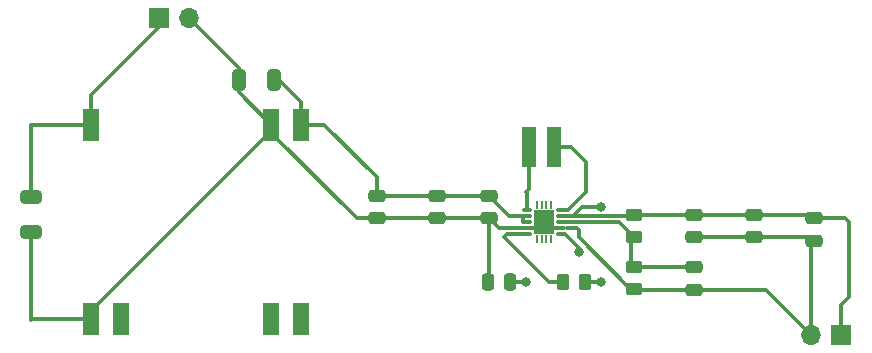
<source format=gbr>
%TF.GenerationSoftware,KiCad,Pcbnew,(6.0.9)*%
%TF.CreationDate,2023-10-08T14:17:10+03:00*%
%TF.ProjectId,power,706f7765-722e-46b6-9963-61645f706362,rev?*%
%TF.SameCoordinates,Original*%
%TF.FileFunction,Copper,L1,Top*%
%TF.FilePolarity,Positive*%
%FSLAX46Y46*%
G04 Gerber Fmt 4.6, Leading zero omitted, Abs format (unit mm)*
G04 Created by KiCad (PCBNEW (6.0.9)) date 2023-10-08 14:17:10*
%MOMM*%
%LPD*%
G01*
G04 APERTURE LIST*
G04 Aperture macros list*
%AMRoundRect*
0 Rectangle with rounded corners*
0 $1 Rounding radius*
0 $2 $3 $4 $5 $6 $7 $8 $9 X,Y pos of 4 corners*
0 Add a 4 corners polygon primitive as box body*
4,1,4,$2,$3,$4,$5,$6,$7,$8,$9,$2,$3,0*
0 Add four circle primitives for the rounded corners*
1,1,$1+$1,$2,$3*
1,1,$1+$1,$4,$5*
1,1,$1+$1,$6,$7*
1,1,$1+$1,$8,$9*
0 Add four rect primitives between the rounded corners*
20,1,$1+$1,$2,$3,$4,$5,0*
20,1,$1+$1,$4,$5,$6,$7,0*
20,1,$1+$1,$6,$7,$8,$9,0*
20,1,$1+$1,$8,$9,$2,$3,0*%
G04 Aperture macros list end*
%TA.AperFunction,SMDPad,CuDef*%
%ADD10RoundRect,0.250000X-0.475000X0.250000X-0.475000X-0.250000X0.475000X-0.250000X0.475000X0.250000X0*%
%TD*%
%TA.AperFunction,SMDPad,CuDef*%
%ADD11R,1.400000X2.800000*%
%TD*%
%TA.AperFunction,SMDPad,CuDef*%
%ADD12RoundRect,0.250000X0.250000X0.475000X-0.250000X0.475000X-0.250000X-0.475000X0.250000X-0.475000X0*%
%TD*%
%TA.AperFunction,SMDPad,CuDef*%
%ADD13RoundRect,0.250000X0.262500X0.450000X-0.262500X0.450000X-0.262500X-0.450000X0.262500X-0.450000X0*%
%TD*%
%TA.AperFunction,SMDPad,CuDef*%
%ADD14R,1.300000X3.400000*%
%TD*%
%TA.AperFunction,ComponentPad*%
%ADD15R,1.700000X1.700000*%
%TD*%
%TA.AperFunction,ComponentPad*%
%ADD16O,1.700000X1.700000*%
%TD*%
%TA.AperFunction,SMDPad,CuDef*%
%ADD17R,0.280000X0.280000*%
%TD*%
%TA.AperFunction,SMDPad,CuDef*%
%ADD18O,0.850000X0.280000*%
%TD*%
%TA.AperFunction,SMDPad,CuDef*%
%ADD19R,0.250000X0.700000*%
%TD*%
%TA.AperFunction,SMDPad,CuDef*%
%ADD20R,0.650000X0.900000*%
%TD*%
%TA.AperFunction,SMDPad,CuDef*%
%ADD21R,0.230000X0.600000*%
%TD*%
%TA.AperFunction,ComponentPad*%
%ADD22C,0.600000*%
%TD*%
%TA.AperFunction,SMDPad,CuDef*%
%ADD23R,1.700000X2.150000*%
%TD*%
%TA.AperFunction,SMDPad,CuDef*%
%ADD24RoundRect,0.250000X-0.650000X0.325000X-0.650000X-0.325000X0.650000X-0.325000X0.650000X0.325000X0*%
%TD*%
%TA.AperFunction,SMDPad,CuDef*%
%ADD25RoundRect,0.250000X0.325000X0.650000X-0.325000X0.650000X-0.325000X-0.650000X0.325000X-0.650000X0*%
%TD*%
%TA.AperFunction,SMDPad,CuDef*%
%ADD26RoundRect,0.250000X-0.450000X0.262500X-0.450000X-0.262500X0.450000X-0.262500X0.450000X0.262500X0*%
%TD*%
%TA.AperFunction,ViaPad*%
%ADD27C,0.800000*%
%TD*%
%TA.AperFunction,Conductor*%
%ADD28C,0.300000*%
%TD*%
G04 APERTURE END LIST*
D10*
%TO.P,C10,1*%
%TO.N,5V*%
X118330000Y-52390000D03*
%TO.P,C10,2*%
%TO.N,GND*%
X118330000Y-54290000D03*
%TD*%
%TO.P,C4,1*%
%TO.N,12V*%
X90825000Y-50485000D03*
%TO.P,C4,2*%
%TO.N,GND*%
X90825000Y-52385000D03*
%TD*%
%TO.P,C2,1*%
%TO.N,12V*%
X81300000Y-50485000D03*
%TO.P,C2,2*%
%TO.N,GND*%
X81300000Y-52385000D03*
%TD*%
%TO.P,C9,1*%
%TO.N,5V*%
X113250000Y-52070000D03*
%TO.P,C9,2*%
%TO.N,GND*%
X113250000Y-53970000D03*
%TD*%
D11*
%TO.P,U1,1,-VIN*%
%TO.N,GND*%
X57150000Y-60955000D03*
%TO.P,U1,2,ON/~{OFF}*%
%TO.N,unconnected-(U1-Pad2)*%
X59690000Y-60955000D03*
%TO.P,U1,7,NC*%
%TO.N,unconnected-(U1-Pad7)*%
X72390000Y-60955000D03*
%TO.P,U1,8,COM*%
%TO.N,unconnected-(U1-Pad8)*%
X74930000Y-60955000D03*
%TO.P,U1,9,+VOUT*%
%TO.N,12V*%
X74930000Y-44455000D03*
%TO.P,U1,10,-VOUT*%
%TO.N,GND*%
X72390000Y-44455000D03*
%TO.P,U1,16,+VIN*%
%TO.N,VBAT*%
X57150000Y-44455000D03*
%TD*%
D12*
%TO.P,C5,1*%
%TO.N,Net-(C5-Pad1)*%
X92610000Y-57785000D03*
%TO.P,C5,2*%
%TO.N,GND*%
X90710000Y-57785000D03*
%TD*%
D13*
%TO.P,R3,1*%
%TO.N,5V*%
X98922500Y-57785000D03*
%TO.P,R3,2*%
%TO.N,PG*%
X97097500Y-57785000D03*
%TD*%
D14*
%TO.P,L1,1,1*%
%TO.N,Net-(U2-Pad1)*%
X94200000Y-46355000D03*
%TO.P,L1,2,2*%
%TO.N,Net-(U2-Pad10)*%
X96300000Y-46355000D03*
%TD*%
D10*
%TO.P,C7,1*%
%TO.N,Net-(C7-Pad1)*%
X108170000Y-56520000D03*
%TO.P,C7,2*%
%TO.N,GND*%
X108170000Y-58420000D03*
%TD*%
%TO.P,C8,1*%
%TO.N,5V*%
X108170000Y-52070000D03*
%TO.P,C8,2*%
%TO.N,GND*%
X108170000Y-53970000D03*
%TD*%
D15*
%TO.P,J1,1,Pin_1*%
%TO.N,VBAT*%
X62865000Y-35445000D03*
D16*
%TO.P,J1,2,Pin_2*%
%TO.N,GND*%
X65405000Y-35445000D03*
%TD*%
D17*
%TO.P,U2,1,L1*%
%TO.N,Net-(U2-Pad1)*%
X93710000Y-51705000D03*
D18*
X93995000Y-51705000D03*
%TO.P,U2,2,VIN*%
%TO.N,12V*%
X93995000Y-52205000D03*
D17*
X93710000Y-52205000D03*
D18*
%TO.P,U2,3,EN*%
X93995000Y-52705000D03*
D17*
X93710000Y-52705000D03*
%TO.P,U2,4,PS/SYNC*%
%TO.N,GND*%
X93710000Y-53205000D03*
D18*
X93995000Y-53205000D03*
%TO.P,U2,5,PG*%
%TO.N,PG*%
X93995000Y-53705000D03*
D17*
X93710000Y-53705000D03*
%TO.P,U2,6,VAUX*%
%TO.N,Net-(C5-Pad1)*%
X97230000Y-53705000D03*
D18*
X96945000Y-53705000D03*
%TO.P,U2,7,GND*%
%TO.N,GND*%
X96945000Y-53205000D03*
D17*
X97230000Y-53205000D03*
%TO.P,U2,8,FB*%
%TO.N,Net-(C7-Pad1)*%
X97230000Y-52705000D03*
D18*
X96945000Y-52705000D03*
D17*
%TO.P,U2,9,VOUT*%
%TO.N,5V*%
X97230000Y-52205000D03*
D18*
X96945000Y-52205000D03*
%TO.P,U2,10,L2*%
%TO.N,Net-(U2-Pad10)*%
X96945000Y-51705000D03*
D17*
X97230000Y-51705000D03*
D19*
%TO.P,U2,11,PGND*%
%TO.N,GND*%
X96070000Y-51280000D03*
D20*
X95905000Y-52145000D03*
D19*
X94870000Y-54130000D03*
D21*
X95670000Y-54130000D03*
X95270000Y-51280000D03*
D20*
X95035000Y-52145000D03*
D19*
X95270000Y-51280000D03*
D22*
X94970000Y-52205000D03*
D19*
X95670000Y-54130000D03*
D22*
X95970000Y-52205000D03*
X95470000Y-52705000D03*
D19*
X96070000Y-54130000D03*
D21*
X94870000Y-51280000D03*
X94870000Y-54130000D03*
D23*
X95470000Y-52705000D03*
D19*
X95670000Y-51280000D03*
X94870000Y-51280000D03*
D22*
X95970000Y-53205000D03*
D21*
X95670000Y-51280000D03*
X96070000Y-54130000D03*
X96070000Y-51280000D03*
D20*
X95035000Y-53265000D03*
X95905000Y-53265000D03*
D22*
X94970000Y-53205000D03*
D19*
X95270000Y-54130000D03*
D21*
X95270000Y-54130000D03*
%TD*%
D24*
%TO.P,C1,1*%
%TO.N,VBAT*%
X52070000Y-50595000D03*
%TO.P,C1,2*%
%TO.N,GND*%
X52070000Y-53545000D03*
%TD*%
D25*
%TO.P,C6,1*%
%TO.N,12V*%
X72595000Y-40640000D03*
%TO.P,C6,2*%
%TO.N,GND*%
X69645000Y-40640000D03*
%TD*%
D15*
%TO.P,J2,1,Pin_1*%
%TO.N,5V*%
X120650000Y-62230000D03*
D16*
%TO.P,J2,2,Pin_2*%
%TO.N,GND*%
X118110000Y-62230000D03*
%TD*%
D10*
%TO.P,C3,1*%
%TO.N,12V*%
X86380000Y-50485000D03*
%TO.P,C3,2*%
%TO.N,GND*%
X86380000Y-52385000D03*
%TD*%
D26*
%TO.P,R1,1*%
%TO.N,5V*%
X103090000Y-52150000D03*
%TO.P,R1,2*%
%TO.N,Net-(C7-Pad1)*%
X103090000Y-53975000D03*
%TD*%
%TO.P,R2,1*%
%TO.N,Net-(C7-Pad1)*%
X103090000Y-56515000D03*
%TO.P,R2,2*%
%TO.N,GND*%
X103090000Y-58340000D03*
%TD*%
D27*
%TO.N,Net-(C5-Pad1)*%
X98425000Y-55245000D03*
X93980000Y-57785000D03*
%TO.N,5V*%
X100330000Y-57785000D03*
X100330000Y-51435000D03*
%TD*%
D28*
%TO.N,VBAT*%
X52070000Y-44450000D02*
X52075000Y-44455000D01*
X52070000Y-50595000D02*
X52070000Y-44450000D01*
X52075000Y-44455000D02*
X57150000Y-44455000D01*
%TO.N,GND*%
X52070000Y-60960000D02*
X52070000Y-53545000D01*
X52075000Y-60955000D02*
X52070000Y-60960000D01*
X57150000Y-60955000D02*
X52075000Y-60955000D01*
%TO.N,VBAT*%
X57150000Y-41910000D02*
X57150000Y-44455000D01*
X62865000Y-36195000D02*
X57150000Y-41910000D01*
X62865000Y-35445000D02*
X62865000Y-36195000D01*
%TO.N,GND*%
X95035000Y-53265000D02*
X95035000Y-53140000D01*
X79620000Y-52385000D02*
X81300000Y-52385000D01*
X90825000Y-57670000D02*
X90710000Y-57785000D01*
X95035000Y-53140000D02*
X95470000Y-52705000D01*
X57150000Y-60955000D02*
X57150000Y-60255000D01*
X72390000Y-44455000D02*
X72390000Y-45155000D01*
X91645000Y-53205000D02*
X93995000Y-53205000D01*
X118110000Y-54510000D02*
X118110000Y-62230000D01*
X103090000Y-58340000D02*
X102790000Y-58340000D01*
X98425000Y-53340000D02*
X98300000Y-53215000D01*
X72390000Y-45155000D02*
X79620000Y-52385000D01*
X95970000Y-52205000D02*
X95470000Y-52705000D01*
X69645000Y-41710000D02*
X72390000Y-44455000D01*
X98425000Y-53975000D02*
X98425000Y-53340000D01*
X90825000Y-52385000D02*
X91645000Y-53205000D01*
X90825000Y-52385000D02*
X90825000Y-57670000D01*
X108170000Y-53970000D02*
X113250000Y-53970000D01*
X57150000Y-60255000D02*
X72390000Y-45015000D01*
X81300000Y-52385000D02*
X86380000Y-52385000D01*
X118330000Y-54290000D02*
X118110000Y-54510000D01*
X114300000Y-58420000D02*
X118110000Y-62230000D01*
X118010000Y-53970000D02*
X118330000Y-54290000D01*
X96945000Y-53205000D02*
X95970000Y-53205000D01*
X69645000Y-40640000D02*
X69645000Y-41710000D01*
X93995000Y-53205000D02*
X94970000Y-53205000D01*
X108170000Y-58420000D02*
X103170000Y-58420000D01*
X108170000Y-58420000D02*
X114300000Y-58420000D01*
X113250000Y-53970000D02*
X118010000Y-53970000D01*
X103170000Y-58420000D02*
X103090000Y-58340000D01*
X102790000Y-58340000D02*
X98425000Y-53975000D01*
X86380000Y-52385000D02*
X90825000Y-52385000D01*
X98300000Y-53215000D02*
X97447106Y-53215000D01*
X69645000Y-39685000D02*
X65405000Y-35445000D01*
X69645000Y-40640000D02*
X69645000Y-39685000D01*
X72390000Y-45015000D02*
X72390000Y-44455000D01*
%TO.N,12V*%
X92545000Y-52205000D02*
X90825000Y-50485000D01*
X93710000Y-52205000D02*
X92545000Y-52205000D01*
X73025000Y-40640000D02*
X74930000Y-42545000D01*
X86380000Y-50485000D02*
X90825000Y-50485000D01*
X76840000Y-44455000D02*
X81300000Y-48915000D01*
X93710000Y-52205000D02*
X93710000Y-52705000D01*
X81300000Y-48915000D02*
X81300000Y-50485000D01*
X72595000Y-40640000D02*
X73025000Y-40640000D01*
X74930000Y-42545000D02*
X74930000Y-44455000D01*
X81300000Y-50485000D02*
X86380000Y-50485000D01*
X74930000Y-44455000D02*
X76840000Y-44455000D01*
%TO.N,Net-(C5-Pad1)*%
X98425000Y-54900000D02*
X97230000Y-53705000D01*
X98425000Y-55245000D02*
X98425000Y-54900000D01*
X92610000Y-57785000D02*
X93980000Y-57785000D01*
%TO.N,Net-(C7-Pad1)*%
X101830000Y-52715000D02*
X97230000Y-52715000D01*
X103090000Y-56515000D02*
X108165000Y-56515000D01*
X102870000Y-56295000D02*
X103090000Y-56515000D01*
X102870000Y-53975000D02*
X102870000Y-56295000D01*
X103090000Y-53975000D02*
X101830000Y-52715000D01*
X103090000Y-53975000D02*
X102870000Y-53975000D01*
X108165000Y-56515000D02*
X108170000Y-56520000D01*
%TO.N,5V*%
X103090000Y-52150000D02*
X103025000Y-52215000D01*
X120650000Y-59690000D02*
X120650000Y-62230000D01*
X98922500Y-57785000D02*
X99060000Y-57785000D01*
X97935000Y-52215000D02*
X97230000Y-52215000D01*
X100330000Y-51435000D02*
X98715000Y-51435000D01*
X98715000Y-51435000D02*
X97935000Y-52215000D01*
X118010000Y-52070000D02*
X113250000Y-52070000D01*
X120970000Y-52390000D02*
X121285000Y-52705000D01*
X108090000Y-52150000D02*
X108170000Y-52070000D01*
X121285000Y-52705000D02*
X121285000Y-59055000D01*
X103025000Y-52215000D02*
X97935000Y-52215000D01*
X121285000Y-59055000D02*
X120650000Y-59690000D01*
X118330000Y-52390000D02*
X118010000Y-52070000D01*
X108170000Y-52070000D02*
X113250000Y-52070000D01*
X118330000Y-52390000D02*
X120970000Y-52390000D01*
X99060000Y-57785000D02*
X100330000Y-57785000D01*
X103090000Y-52150000D02*
X108090000Y-52150000D01*
%TO.N,PG*%
X95885000Y-57785000D02*
X92075000Y-53975000D01*
X97097500Y-57785000D02*
X95885000Y-57785000D01*
X92075000Y-53975000D02*
X92345000Y-53705000D01*
X92345000Y-53705000D02*
X93710000Y-53705000D01*
%TO.N,Net-(U2-Pad1)*%
X94200000Y-46355000D02*
X94200000Y-49945000D01*
X94200000Y-49945000D02*
X93980000Y-50165000D01*
X93980000Y-50165000D02*
X93995000Y-50180000D01*
X93995000Y-50180000D02*
X93995000Y-51705000D01*
%TO.N,Net-(U2-Pad10)*%
X99060000Y-50165000D02*
X97510000Y-51715000D01*
X97790000Y-46355000D02*
X99060000Y-47625000D01*
X96300000Y-46355000D02*
X97790000Y-46355000D01*
X99060000Y-47625000D02*
X99060000Y-50165000D01*
X97510000Y-51715000D02*
X96955000Y-51715000D01*
X96955000Y-51715000D02*
X96945000Y-51705000D01*
%TD*%
M02*

</source>
